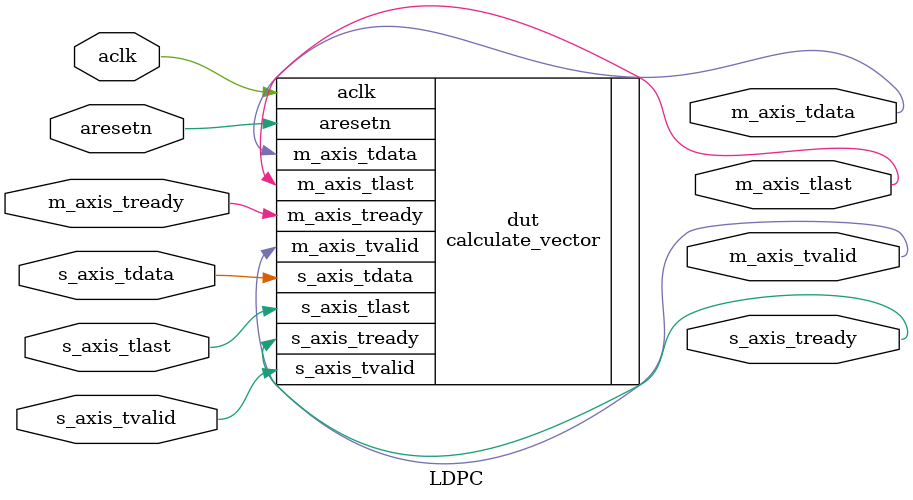
<source format=v>

module LDPC (
    input  wire aclk,             // Âõîä: òàêòîâûé ñèãíàë (clock)
    input  wire aresetn,          // Âõîä: ñèãíàë ñáðîñà 
    input  wire s_axis_tdata,     // Âõîä: 1-áèòíûå äàííûå ïî AXI-Stream
    input  wire s_axis_tvalid,    // Âõîä: âàëèäíîñòü âõîäíûõ äàííûõ
    input  wire s_axis_tlast,     // Âõîä: ïîñëåäíèé ïàêåò âõîäíûõ äàííûõ
    output wire s_axis_tready,    // Âûõîä: ãîòîâíîñòü ïðèåìà âõîäíûõ äàííûõ
    
    output wire m_axis_tdata,     // Âûõîä: 1-áèòíûå âûõîäíûå äàííûå ïî AXI-Stream
    output wire m_axis_tvalid,    // Âûõîä: âàëèäíîñòü âûõîäíûõ äàííûõ
    input  wire m_axis_tready,    // Âõîä: ãîòîâíîñòü ïðèåìà âûõîäíûõ äàííûõ
    output wire m_axis_tlast      // Âûõîä: ïîñëåäíèé ïàêåò âûõîäíûõ äàííûõ
);

// Èíñòàíñ DUT (calculate_vector) - ïîäêëþ÷àåì âñå ïîðòû íàïðÿìóþ.
calculate_vector dut (
    .aclk(aclk),
    .aresetn(aresetn),
    .s_axis_tdata(s_axis_tdata),
    .s_axis_tvalid(s_axis_tvalid),
    .s_axis_tready(s_axis_tready),
    .s_axis_tlast(s_axis_tlast),
    .m_axis_tdata(m_axis_tdata),
    .m_axis_tvalid(m_axis_tvalid),
    .m_axis_tready(m_axis_tready),
    .m_axis_tlast(m_axis_tlast)
);

endmodule

// Ìîäóëü bit_receiver ïðèíèìàåò áèòû èç calculate_vector, 1 áèò çà 1 òàêò è âîçâðàùàåò  â calculate_vector óæå êàê br_m_axis_tdata ,
//br_m_axis_tdata óæå ó÷àñòâóåò â óìíîæåíèè ñòðîêè èç ìàòðèöû .
//ìîäóëü ñîçäàí äëÿ óäîáñòâà ÷åðåäîâàíèÿ  âûäà÷è 640 áèò è 128 áèò. 

//Ìîäóëü shift_register_processor ãåíåðèðóåò 640 ñòðîê ìàòðèöû Pg èç 20 áàçîâûõ (ïî 128 áèò) ïóò¸ì öèêëè÷åñêèõ ñäâèãîâ (32 ðàçà íà êàæäóþ).
// Çàãðóæàåò ñòðîêè èç ôàéëà , âûäà¸ò ïî îäíîé ñòðîêå çà òàêò ïðè en=1 , ïî ñèãíàëó out_row ïåðåäàåò â calculate_vector äëÿ óìíîæåíèÿ 

//Ìîäóëü calculate_vector âûïîëíÿåò íàêîïëåíèå è ðàñ÷åòû ,
// ÷åðåç ìóëüòèïëåêñîð ïî ñîñòîÿíèþ is_transmitting = 0 âûäàåò 640 áèò ÷åðåç ñèãíàë br_m_axis_tdata,
// ïî ñîñòîÿíèþ is_transmitting = 1 âûäàåò 128 áèò ÷åðåç ñèãíàë m_axis_tdata . 
</source>
